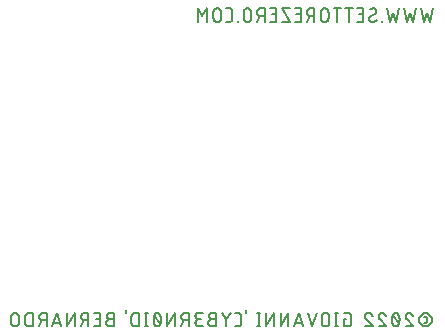
<source format=gbr>
G04 EAGLE Gerber RS-274X export*
G75*
%MOMM*%
%FSLAX34Y34*%
%LPD*%
%INSilkscreen Bottom*%
%IPPOS*%
%AMOC8*
5,1,8,0,0,1.08239X$1,22.5*%
G01*
%ADD10C,0.127000*%


D10*
X551816Y16510D02*
X551814Y16656D01*
X551808Y16802D01*
X551798Y16948D01*
X551784Y17094D01*
X551767Y17239D01*
X551745Y17383D01*
X551719Y17527D01*
X551690Y17670D01*
X551656Y17813D01*
X551619Y17954D01*
X551578Y18094D01*
X551533Y18234D01*
X551485Y18371D01*
X551433Y18508D01*
X551377Y18643D01*
X551317Y18777D01*
X551254Y18908D01*
X551187Y19038D01*
X551117Y19167D01*
X551043Y19293D01*
X550966Y19417D01*
X550886Y19539D01*
X550802Y19659D01*
X550715Y19777D01*
X550625Y19892D01*
X550532Y20005D01*
X550436Y20115D01*
X550337Y20222D01*
X550235Y20327D01*
X550130Y20429D01*
X550023Y20528D01*
X549913Y20624D01*
X549800Y20717D01*
X549685Y20807D01*
X549567Y20894D01*
X549447Y20978D01*
X549325Y21058D01*
X549201Y21135D01*
X549075Y21209D01*
X548946Y21279D01*
X548816Y21346D01*
X548685Y21409D01*
X548551Y21469D01*
X548416Y21525D01*
X548279Y21577D01*
X548142Y21625D01*
X548002Y21670D01*
X547862Y21711D01*
X547721Y21748D01*
X547578Y21782D01*
X547435Y21811D01*
X547291Y21837D01*
X547147Y21859D01*
X547002Y21876D01*
X546856Y21890D01*
X546710Y21900D01*
X546564Y21906D01*
X546418Y21908D01*
X546272Y21906D01*
X546126Y21900D01*
X545980Y21890D01*
X545834Y21876D01*
X545689Y21859D01*
X545545Y21837D01*
X545401Y21811D01*
X545258Y21782D01*
X545115Y21748D01*
X544974Y21711D01*
X544834Y21670D01*
X544694Y21625D01*
X544557Y21577D01*
X544420Y21525D01*
X544285Y21469D01*
X544151Y21409D01*
X544020Y21346D01*
X543890Y21279D01*
X543761Y21209D01*
X543635Y21135D01*
X543511Y21058D01*
X543389Y20978D01*
X543269Y20894D01*
X543151Y20807D01*
X543036Y20717D01*
X542923Y20624D01*
X542813Y20528D01*
X542706Y20429D01*
X542601Y20327D01*
X542499Y20222D01*
X542400Y20115D01*
X542304Y20005D01*
X542211Y19892D01*
X542121Y19777D01*
X542034Y19659D01*
X541950Y19539D01*
X541870Y19417D01*
X541793Y19293D01*
X541719Y19167D01*
X541649Y19038D01*
X541582Y18908D01*
X541519Y18777D01*
X541459Y18643D01*
X541403Y18508D01*
X541351Y18371D01*
X541303Y18234D01*
X541258Y18094D01*
X541217Y17954D01*
X541180Y17813D01*
X541146Y17670D01*
X541117Y17527D01*
X541091Y17383D01*
X541069Y17239D01*
X541052Y17094D01*
X541038Y16948D01*
X541028Y16802D01*
X541022Y16656D01*
X541020Y16510D01*
X541022Y16364D01*
X541028Y16218D01*
X541038Y16072D01*
X541052Y15926D01*
X541069Y15781D01*
X541091Y15637D01*
X541117Y15493D01*
X541146Y15350D01*
X541180Y15207D01*
X541217Y15066D01*
X541258Y14926D01*
X541303Y14786D01*
X541351Y14649D01*
X541403Y14512D01*
X541459Y14377D01*
X541519Y14243D01*
X541582Y14112D01*
X541649Y13982D01*
X541719Y13853D01*
X541793Y13727D01*
X541870Y13603D01*
X541950Y13481D01*
X542034Y13361D01*
X542121Y13243D01*
X542211Y13128D01*
X542304Y13015D01*
X542400Y12905D01*
X542499Y12798D01*
X542601Y12693D01*
X542706Y12591D01*
X542813Y12492D01*
X542923Y12396D01*
X543036Y12303D01*
X543151Y12213D01*
X543269Y12126D01*
X543389Y12042D01*
X543511Y11962D01*
X543635Y11885D01*
X543761Y11811D01*
X543890Y11741D01*
X544020Y11674D01*
X544151Y11611D01*
X544285Y11551D01*
X544420Y11495D01*
X544557Y11443D01*
X544694Y11395D01*
X544834Y11350D01*
X544974Y11309D01*
X545115Y11272D01*
X545258Y11238D01*
X545401Y11209D01*
X545545Y11183D01*
X545689Y11161D01*
X545834Y11144D01*
X545980Y11130D01*
X546126Y11120D01*
X546272Y11114D01*
X546418Y11112D01*
X546564Y11114D01*
X546710Y11120D01*
X546856Y11130D01*
X547002Y11144D01*
X547147Y11161D01*
X547291Y11183D01*
X547435Y11209D01*
X547578Y11238D01*
X547721Y11272D01*
X547862Y11309D01*
X548002Y11350D01*
X548142Y11395D01*
X548279Y11443D01*
X548416Y11495D01*
X548551Y11551D01*
X548685Y11611D01*
X548816Y11674D01*
X548946Y11741D01*
X549075Y11811D01*
X549201Y11885D01*
X549325Y11962D01*
X549447Y12042D01*
X549567Y12126D01*
X549685Y12213D01*
X549800Y12303D01*
X549913Y12396D01*
X550023Y12492D01*
X550130Y12591D01*
X550235Y12693D01*
X550337Y12798D01*
X550436Y12905D01*
X550532Y13015D01*
X550625Y13128D01*
X550715Y13243D01*
X550802Y13361D01*
X550886Y13481D01*
X550966Y13603D01*
X551043Y13727D01*
X551117Y13853D01*
X551187Y13982D01*
X551254Y14112D01*
X551317Y14243D01*
X551377Y14377D01*
X551433Y14512D01*
X551485Y14649D01*
X551533Y14786D01*
X551578Y14926D01*
X551619Y15066D01*
X551656Y15207D01*
X551690Y15350D01*
X551719Y15493D01*
X551745Y15637D01*
X551767Y15781D01*
X551784Y15926D01*
X551798Y16072D01*
X551808Y16218D01*
X551814Y16364D01*
X551816Y16510D01*
X546735Y13970D02*
X545148Y13970D01*
X546735Y13970D02*
X546804Y13972D01*
X546872Y13977D01*
X546940Y13987D01*
X547008Y14000D01*
X547075Y14016D01*
X547141Y14036D01*
X547205Y14060D01*
X547268Y14087D01*
X547330Y14118D01*
X547390Y14152D01*
X547448Y14189D01*
X547504Y14229D01*
X547557Y14272D01*
X547608Y14318D01*
X547657Y14367D01*
X547703Y14418D01*
X547746Y14471D01*
X547786Y14527D01*
X547823Y14585D01*
X547857Y14645D01*
X547888Y14707D01*
X547915Y14770D01*
X547939Y14834D01*
X547959Y14900D01*
X547975Y14967D01*
X547988Y15035D01*
X547998Y15103D01*
X548003Y15171D01*
X548005Y15240D01*
X548005Y17780D01*
X548003Y17849D01*
X547998Y17917D01*
X547988Y17985D01*
X547975Y18053D01*
X547959Y18120D01*
X547939Y18186D01*
X547915Y18250D01*
X547888Y18313D01*
X547857Y18375D01*
X547823Y18435D01*
X547786Y18493D01*
X547746Y18549D01*
X547703Y18602D01*
X547657Y18653D01*
X547608Y18702D01*
X547557Y18748D01*
X547504Y18791D01*
X547448Y18831D01*
X547390Y18868D01*
X547330Y18902D01*
X547268Y18933D01*
X547205Y18960D01*
X547141Y18984D01*
X547075Y19004D01*
X547008Y19020D01*
X546940Y19033D01*
X546872Y19043D01*
X546804Y19048D01*
X546735Y19050D01*
X545148Y19050D01*
X532384Y22226D02*
X532280Y22224D01*
X532175Y22218D01*
X532071Y22209D01*
X531968Y22196D01*
X531865Y22178D01*
X531763Y22158D01*
X531661Y22133D01*
X531561Y22105D01*
X531461Y22073D01*
X531363Y22037D01*
X531266Y21998D01*
X531171Y21956D01*
X531077Y21910D01*
X530985Y21860D01*
X530895Y21808D01*
X530807Y21752D01*
X530721Y21692D01*
X530637Y21630D01*
X530556Y21565D01*
X530477Y21497D01*
X530400Y21425D01*
X530327Y21352D01*
X530255Y21275D01*
X530187Y21196D01*
X530122Y21115D01*
X530060Y21031D01*
X530000Y20945D01*
X529944Y20857D01*
X529892Y20767D01*
X529842Y20675D01*
X529796Y20581D01*
X529754Y20486D01*
X529715Y20389D01*
X529679Y20291D01*
X529647Y20191D01*
X529619Y20091D01*
X529594Y19989D01*
X529574Y19887D01*
X529556Y19784D01*
X529543Y19681D01*
X529534Y19577D01*
X529528Y19472D01*
X529526Y19368D01*
X532384Y22225D02*
X532502Y22223D01*
X532621Y22217D01*
X532739Y22208D01*
X532856Y22195D01*
X532973Y22177D01*
X533090Y22157D01*
X533206Y22132D01*
X533321Y22104D01*
X533434Y22071D01*
X533547Y22036D01*
X533659Y21996D01*
X533769Y21954D01*
X533878Y21907D01*
X533986Y21857D01*
X534091Y21804D01*
X534195Y21747D01*
X534297Y21687D01*
X534397Y21624D01*
X534495Y21557D01*
X534591Y21488D01*
X534684Y21415D01*
X534775Y21339D01*
X534864Y21261D01*
X534950Y21179D01*
X535033Y21095D01*
X535114Y21009D01*
X535191Y20919D01*
X535266Y20828D01*
X535338Y20734D01*
X535407Y20637D01*
X535472Y20539D01*
X535535Y20438D01*
X535594Y20335D01*
X535650Y20231D01*
X535702Y20125D01*
X535751Y20017D01*
X535796Y19908D01*
X535838Y19797D01*
X535876Y19685D01*
X530479Y17146D02*
X530403Y17221D01*
X530328Y17300D01*
X530257Y17381D01*
X530188Y17465D01*
X530123Y17551D01*
X530061Y17639D01*
X530001Y17729D01*
X529945Y17821D01*
X529892Y17916D01*
X529843Y18012D01*
X529797Y18110D01*
X529754Y18209D01*
X529715Y18310D01*
X529680Y18412D01*
X529648Y18515D01*
X529620Y18619D01*
X529595Y18724D01*
X529574Y18831D01*
X529557Y18937D01*
X529544Y19044D01*
X529535Y19152D01*
X529529Y19260D01*
X529527Y19368D01*
X530479Y17145D02*
X535877Y10795D01*
X529527Y10795D01*
X524446Y16510D02*
X524443Y16735D01*
X524435Y16960D01*
X524422Y17184D01*
X524403Y17408D01*
X524379Y17632D01*
X524350Y17855D01*
X524315Y18077D01*
X524275Y18298D01*
X524229Y18518D01*
X524179Y18737D01*
X524123Y18955D01*
X524062Y19172D01*
X523996Y19387D01*
X523925Y19600D01*
X523848Y19811D01*
X523767Y20021D01*
X523681Y20229D01*
X523590Y20434D01*
X523494Y20637D01*
X523495Y20638D02*
X523463Y20726D01*
X523427Y20813D01*
X523388Y20899D01*
X523345Y20983D01*
X523299Y21065D01*
X523250Y21145D01*
X523198Y21223D01*
X523142Y21299D01*
X523084Y21373D01*
X523022Y21444D01*
X522958Y21513D01*
X522891Y21579D01*
X522822Y21642D01*
X522750Y21703D01*
X522676Y21761D01*
X522599Y21815D01*
X522521Y21867D01*
X522440Y21915D01*
X522358Y21960D01*
X522273Y22002D01*
X522187Y22040D01*
X522100Y22075D01*
X522012Y22107D01*
X521922Y22134D01*
X521831Y22159D01*
X521739Y22179D01*
X521647Y22196D01*
X521553Y22209D01*
X521460Y22218D01*
X521366Y22224D01*
X521272Y22226D01*
X521178Y22224D01*
X521084Y22218D01*
X520991Y22209D01*
X520897Y22196D01*
X520805Y22179D01*
X520713Y22159D01*
X520622Y22134D01*
X520532Y22107D01*
X520444Y22075D01*
X520357Y22040D01*
X520271Y22002D01*
X520186Y21960D01*
X520104Y21915D01*
X520023Y21867D01*
X519945Y21815D01*
X519868Y21761D01*
X519794Y21703D01*
X519722Y21642D01*
X519653Y21579D01*
X519586Y21513D01*
X519522Y21444D01*
X519460Y21373D01*
X519402Y21299D01*
X519346Y21223D01*
X519294Y21145D01*
X519245Y21065D01*
X519199Y20983D01*
X519156Y20899D01*
X519117Y20813D01*
X519081Y20726D01*
X519049Y20638D01*
X519049Y20637D02*
X518953Y20434D01*
X518862Y20229D01*
X518776Y20021D01*
X518695Y19811D01*
X518618Y19600D01*
X518547Y19387D01*
X518481Y19172D01*
X518420Y18955D01*
X518364Y18737D01*
X518314Y18518D01*
X518268Y18298D01*
X518228Y18077D01*
X518193Y17855D01*
X518164Y17632D01*
X518140Y17408D01*
X518121Y17184D01*
X518108Y16960D01*
X518100Y16735D01*
X518097Y16510D01*
X524446Y16510D02*
X524443Y16285D01*
X524435Y16060D01*
X524422Y15836D01*
X524403Y15612D01*
X524379Y15388D01*
X524350Y15165D01*
X524315Y14943D01*
X524275Y14722D01*
X524229Y14502D01*
X524179Y14283D01*
X524123Y14065D01*
X524062Y13848D01*
X523996Y13633D01*
X523925Y13420D01*
X523848Y13209D01*
X523767Y12999D01*
X523681Y12791D01*
X523590Y12586D01*
X523494Y12383D01*
X523495Y12383D02*
X523463Y12295D01*
X523427Y12208D01*
X523388Y12122D01*
X523345Y12038D01*
X523299Y11956D01*
X523250Y11876D01*
X523198Y11798D01*
X523142Y11722D01*
X523084Y11648D01*
X523022Y11577D01*
X522958Y11508D01*
X522891Y11442D01*
X522822Y11379D01*
X522750Y11318D01*
X522676Y11260D01*
X522599Y11206D01*
X522521Y11154D01*
X522440Y11106D01*
X522358Y11061D01*
X522273Y11019D01*
X522187Y10981D01*
X522100Y10946D01*
X522012Y10914D01*
X521922Y10887D01*
X521831Y10862D01*
X521739Y10842D01*
X521647Y10825D01*
X521553Y10812D01*
X521460Y10803D01*
X521366Y10797D01*
X521272Y10795D01*
X519049Y12383D02*
X518953Y12586D01*
X518862Y12791D01*
X518776Y12999D01*
X518695Y13209D01*
X518618Y13420D01*
X518547Y13633D01*
X518481Y13848D01*
X518420Y14065D01*
X518364Y14283D01*
X518314Y14502D01*
X518268Y14722D01*
X518228Y14943D01*
X518193Y15165D01*
X518164Y15388D01*
X518140Y15612D01*
X518121Y15836D01*
X518108Y16060D01*
X518100Y16285D01*
X518097Y16510D01*
X519049Y12383D02*
X519081Y12295D01*
X519117Y12208D01*
X519156Y12122D01*
X519199Y12038D01*
X519245Y11956D01*
X519294Y11876D01*
X519346Y11798D01*
X519402Y11722D01*
X519460Y11648D01*
X519522Y11577D01*
X519586Y11508D01*
X519653Y11442D01*
X519722Y11379D01*
X519794Y11318D01*
X519868Y11260D01*
X519945Y11206D01*
X520023Y11154D01*
X520104Y11106D01*
X520186Y11061D01*
X520271Y11019D01*
X520357Y10981D01*
X520444Y10946D01*
X520532Y10914D01*
X520622Y10887D01*
X520713Y10862D01*
X520805Y10842D01*
X520897Y10825D01*
X520991Y10812D01*
X521084Y10803D01*
X521178Y10797D01*
X521272Y10795D01*
X523812Y13335D02*
X518732Y19685D01*
X509524Y22226D02*
X509420Y22224D01*
X509315Y22218D01*
X509211Y22209D01*
X509108Y22196D01*
X509005Y22178D01*
X508903Y22158D01*
X508801Y22133D01*
X508701Y22105D01*
X508601Y22073D01*
X508503Y22037D01*
X508406Y21998D01*
X508311Y21956D01*
X508217Y21910D01*
X508125Y21860D01*
X508035Y21808D01*
X507947Y21752D01*
X507861Y21692D01*
X507777Y21630D01*
X507696Y21565D01*
X507617Y21497D01*
X507540Y21425D01*
X507467Y21352D01*
X507395Y21275D01*
X507327Y21196D01*
X507262Y21115D01*
X507200Y21031D01*
X507140Y20945D01*
X507084Y20857D01*
X507032Y20767D01*
X506982Y20675D01*
X506936Y20581D01*
X506894Y20486D01*
X506855Y20389D01*
X506819Y20291D01*
X506787Y20191D01*
X506759Y20091D01*
X506734Y19989D01*
X506714Y19887D01*
X506696Y19784D01*
X506683Y19681D01*
X506674Y19577D01*
X506668Y19472D01*
X506666Y19368D01*
X509524Y22225D02*
X509642Y22223D01*
X509761Y22217D01*
X509879Y22208D01*
X509996Y22195D01*
X510113Y22177D01*
X510230Y22157D01*
X510346Y22132D01*
X510461Y22104D01*
X510574Y22071D01*
X510687Y22036D01*
X510799Y21996D01*
X510909Y21954D01*
X511018Y21907D01*
X511126Y21857D01*
X511231Y21804D01*
X511335Y21747D01*
X511437Y21687D01*
X511537Y21624D01*
X511635Y21557D01*
X511731Y21488D01*
X511824Y21415D01*
X511915Y21339D01*
X512004Y21261D01*
X512090Y21179D01*
X512173Y21095D01*
X512254Y21009D01*
X512331Y20919D01*
X512406Y20828D01*
X512478Y20734D01*
X512547Y20637D01*
X512612Y20539D01*
X512675Y20438D01*
X512734Y20335D01*
X512790Y20231D01*
X512842Y20125D01*
X512891Y20017D01*
X512936Y19908D01*
X512978Y19797D01*
X513016Y19685D01*
X507619Y17146D02*
X507543Y17221D01*
X507468Y17300D01*
X507397Y17381D01*
X507328Y17465D01*
X507263Y17551D01*
X507201Y17639D01*
X507141Y17729D01*
X507085Y17821D01*
X507032Y17916D01*
X506983Y18012D01*
X506937Y18110D01*
X506894Y18209D01*
X506855Y18310D01*
X506820Y18412D01*
X506788Y18515D01*
X506760Y18619D01*
X506735Y18724D01*
X506714Y18831D01*
X506697Y18937D01*
X506684Y19044D01*
X506675Y19152D01*
X506669Y19260D01*
X506667Y19368D01*
X507619Y17145D02*
X513017Y10795D01*
X506667Y10795D01*
X498094Y22226D02*
X497990Y22224D01*
X497885Y22218D01*
X497781Y22209D01*
X497678Y22196D01*
X497575Y22178D01*
X497473Y22158D01*
X497371Y22133D01*
X497271Y22105D01*
X497171Y22073D01*
X497073Y22037D01*
X496976Y21998D01*
X496881Y21956D01*
X496787Y21910D01*
X496695Y21860D01*
X496605Y21808D01*
X496517Y21752D01*
X496431Y21692D01*
X496347Y21630D01*
X496266Y21565D01*
X496187Y21497D01*
X496110Y21425D01*
X496037Y21352D01*
X495965Y21275D01*
X495897Y21196D01*
X495832Y21115D01*
X495770Y21031D01*
X495710Y20945D01*
X495654Y20857D01*
X495602Y20767D01*
X495552Y20675D01*
X495506Y20581D01*
X495464Y20486D01*
X495425Y20389D01*
X495389Y20291D01*
X495357Y20191D01*
X495329Y20091D01*
X495304Y19989D01*
X495284Y19887D01*
X495266Y19784D01*
X495253Y19681D01*
X495244Y19577D01*
X495238Y19472D01*
X495236Y19368D01*
X498094Y22225D02*
X498212Y22223D01*
X498331Y22217D01*
X498449Y22208D01*
X498566Y22195D01*
X498683Y22177D01*
X498800Y22157D01*
X498916Y22132D01*
X499031Y22104D01*
X499144Y22071D01*
X499257Y22036D01*
X499369Y21996D01*
X499479Y21954D01*
X499588Y21907D01*
X499696Y21857D01*
X499801Y21804D01*
X499905Y21747D01*
X500007Y21687D01*
X500107Y21624D01*
X500205Y21557D01*
X500301Y21488D01*
X500394Y21415D01*
X500485Y21339D01*
X500574Y21261D01*
X500660Y21179D01*
X500743Y21095D01*
X500824Y21009D01*
X500901Y20919D01*
X500976Y20828D01*
X501048Y20734D01*
X501117Y20637D01*
X501182Y20539D01*
X501245Y20438D01*
X501304Y20335D01*
X501360Y20231D01*
X501412Y20125D01*
X501461Y20017D01*
X501506Y19908D01*
X501548Y19797D01*
X501586Y19685D01*
X496189Y17146D02*
X496113Y17221D01*
X496038Y17300D01*
X495967Y17381D01*
X495898Y17465D01*
X495833Y17551D01*
X495771Y17639D01*
X495711Y17729D01*
X495655Y17821D01*
X495602Y17916D01*
X495553Y18012D01*
X495507Y18110D01*
X495464Y18209D01*
X495425Y18310D01*
X495390Y18412D01*
X495358Y18515D01*
X495330Y18619D01*
X495305Y18724D01*
X495284Y18831D01*
X495267Y18937D01*
X495254Y19044D01*
X495245Y19152D01*
X495239Y19260D01*
X495237Y19368D01*
X496189Y17145D02*
X501587Y10795D01*
X495237Y10795D01*
X479235Y17145D02*
X477330Y17145D01*
X477330Y10795D01*
X481140Y10795D01*
X481240Y10797D01*
X481339Y10803D01*
X481439Y10813D01*
X481537Y10826D01*
X481636Y10844D01*
X481733Y10865D01*
X481829Y10890D01*
X481925Y10919D01*
X482019Y10952D01*
X482112Y10988D01*
X482203Y11028D01*
X482293Y11072D01*
X482381Y11119D01*
X482467Y11169D01*
X482551Y11223D01*
X482633Y11280D01*
X482712Y11340D01*
X482790Y11404D01*
X482864Y11470D01*
X482936Y11539D01*
X483005Y11611D01*
X483071Y11685D01*
X483135Y11763D01*
X483195Y11842D01*
X483252Y11924D01*
X483306Y12008D01*
X483356Y12094D01*
X483403Y12182D01*
X483447Y12272D01*
X483487Y12363D01*
X483523Y12456D01*
X483556Y12550D01*
X483585Y12646D01*
X483610Y12742D01*
X483631Y12839D01*
X483649Y12938D01*
X483662Y13036D01*
X483672Y13136D01*
X483678Y13235D01*
X483680Y13335D01*
X483680Y19685D01*
X483678Y19785D01*
X483672Y19884D01*
X483662Y19984D01*
X483649Y20082D01*
X483631Y20181D01*
X483610Y20278D01*
X483585Y20374D01*
X483556Y20470D01*
X483523Y20564D01*
X483487Y20657D01*
X483447Y20748D01*
X483403Y20838D01*
X483356Y20926D01*
X483306Y21012D01*
X483252Y21096D01*
X483195Y21178D01*
X483135Y21257D01*
X483071Y21335D01*
X483005Y21409D01*
X482936Y21481D01*
X482864Y21550D01*
X482790Y21616D01*
X482712Y21680D01*
X482633Y21740D01*
X482551Y21797D01*
X482467Y21851D01*
X482381Y21901D01*
X482293Y21948D01*
X482203Y21992D01*
X482112Y22032D01*
X482019Y22068D01*
X481925Y22101D01*
X481829Y22130D01*
X481733Y22155D01*
X481636Y22176D01*
X481537Y22194D01*
X481439Y22207D01*
X481339Y22217D01*
X481240Y22223D01*
X481140Y22225D01*
X477330Y22225D01*
X470980Y22225D02*
X470980Y10795D01*
X472250Y10795D02*
X469710Y10795D01*
X469710Y22225D02*
X472250Y22225D01*
X465011Y19050D02*
X465011Y13970D01*
X465011Y19050D02*
X465009Y19161D01*
X465003Y19271D01*
X464994Y19382D01*
X464980Y19492D01*
X464963Y19601D01*
X464942Y19710D01*
X464917Y19818D01*
X464888Y19925D01*
X464856Y20031D01*
X464820Y20136D01*
X464780Y20239D01*
X464737Y20341D01*
X464690Y20442D01*
X464639Y20541D01*
X464586Y20638D01*
X464529Y20732D01*
X464468Y20825D01*
X464405Y20916D01*
X464338Y21005D01*
X464268Y21091D01*
X464195Y21174D01*
X464120Y21256D01*
X464042Y21334D01*
X463960Y21409D01*
X463877Y21482D01*
X463791Y21552D01*
X463702Y21619D01*
X463611Y21682D01*
X463518Y21743D01*
X463424Y21800D01*
X463327Y21853D01*
X463228Y21904D01*
X463127Y21951D01*
X463025Y21994D01*
X462922Y22034D01*
X462817Y22070D01*
X462711Y22102D01*
X462604Y22131D01*
X462496Y22156D01*
X462387Y22177D01*
X462278Y22194D01*
X462168Y22208D01*
X462057Y22217D01*
X461947Y22223D01*
X461836Y22225D01*
X461725Y22223D01*
X461615Y22217D01*
X461504Y22208D01*
X461394Y22194D01*
X461285Y22177D01*
X461176Y22156D01*
X461068Y22131D01*
X460961Y22102D01*
X460855Y22070D01*
X460750Y22034D01*
X460647Y21994D01*
X460545Y21951D01*
X460444Y21904D01*
X460345Y21853D01*
X460249Y21800D01*
X460154Y21743D01*
X460061Y21682D01*
X459970Y21619D01*
X459881Y21552D01*
X459795Y21482D01*
X459712Y21409D01*
X459630Y21334D01*
X459552Y21256D01*
X459477Y21174D01*
X459404Y21091D01*
X459334Y21005D01*
X459267Y20916D01*
X459204Y20825D01*
X459143Y20732D01*
X459086Y20637D01*
X459033Y20541D01*
X458982Y20442D01*
X458935Y20341D01*
X458892Y20239D01*
X458852Y20136D01*
X458816Y20031D01*
X458784Y19925D01*
X458755Y19818D01*
X458730Y19710D01*
X458709Y19601D01*
X458692Y19492D01*
X458678Y19382D01*
X458669Y19271D01*
X458663Y19161D01*
X458661Y19050D01*
X458661Y13970D01*
X458663Y13859D01*
X458669Y13749D01*
X458678Y13638D01*
X458692Y13528D01*
X458709Y13419D01*
X458730Y13310D01*
X458755Y13202D01*
X458784Y13095D01*
X458816Y12989D01*
X458852Y12884D01*
X458892Y12781D01*
X458935Y12679D01*
X458982Y12578D01*
X459033Y12479D01*
X459086Y12382D01*
X459143Y12288D01*
X459204Y12195D01*
X459267Y12104D01*
X459334Y12015D01*
X459404Y11929D01*
X459477Y11846D01*
X459552Y11764D01*
X459630Y11686D01*
X459712Y11611D01*
X459795Y11538D01*
X459881Y11468D01*
X459970Y11401D01*
X460061Y11338D01*
X460154Y11277D01*
X460249Y11220D01*
X460345Y11167D01*
X460444Y11116D01*
X460545Y11069D01*
X460647Y11026D01*
X460750Y10986D01*
X460855Y10950D01*
X460961Y10918D01*
X461068Y10889D01*
X461176Y10864D01*
X461285Y10843D01*
X461394Y10826D01*
X461504Y10812D01*
X461615Y10803D01*
X461725Y10797D01*
X461836Y10795D01*
X461947Y10797D01*
X462057Y10803D01*
X462168Y10812D01*
X462278Y10826D01*
X462387Y10843D01*
X462496Y10864D01*
X462604Y10889D01*
X462711Y10918D01*
X462817Y10950D01*
X462922Y10986D01*
X463025Y11026D01*
X463127Y11069D01*
X463228Y11116D01*
X463327Y11167D01*
X463423Y11220D01*
X463518Y11277D01*
X463611Y11338D01*
X463702Y11401D01*
X463791Y11468D01*
X463877Y11538D01*
X463960Y11611D01*
X464042Y11686D01*
X464120Y11764D01*
X464195Y11846D01*
X464268Y11929D01*
X464338Y12015D01*
X464405Y12104D01*
X464468Y12195D01*
X464529Y12288D01*
X464586Y12382D01*
X464639Y12479D01*
X464690Y12578D01*
X464737Y12679D01*
X464780Y12781D01*
X464820Y12884D01*
X464856Y12989D01*
X464888Y13095D01*
X464917Y13202D01*
X464942Y13310D01*
X464963Y13419D01*
X464980Y13528D01*
X464994Y13638D01*
X465003Y13749D01*
X465009Y13859D01*
X465011Y13970D01*
X454216Y22225D02*
X450406Y10795D01*
X446596Y22225D01*
X438976Y22225D02*
X442786Y10795D01*
X435166Y10795D02*
X438976Y22225D01*
X436118Y13653D02*
X441833Y13653D01*
X430340Y10795D02*
X430340Y22225D01*
X423990Y10795D01*
X423990Y22225D01*
X418148Y22225D02*
X418148Y10795D01*
X411798Y10795D02*
X418148Y22225D01*
X411798Y22225D02*
X411798Y10795D01*
X405448Y10795D02*
X405448Y22225D01*
X406718Y10795D02*
X404178Y10795D01*
X404178Y22225D02*
X406718Y22225D01*
X394399Y22225D02*
X394399Y24765D01*
X387832Y10795D02*
X385292Y10795D01*
X387832Y10795D02*
X387932Y10797D01*
X388031Y10803D01*
X388131Y10813D01*
X388229Y10826D01*
X388328Y10844D01*
X388425Y10865D01*
X388521Y10890D01*
X388617Y10919D01*
X388711Y10952D01*
X388804Y10988D01*
X388895Y11028D01*
X388985Y11072D01*
X389073Y11119D01*
X389159Y11169D01*
X389243Y11223D01*
X389325Y11280D01*
X389404Y11340D01*
X389482Y11404D01*
X389556Y11470D01*
X389628Y11539D01*
X389697Y11611D01*
X389763Y11685D01*
X389827Y11763D01*
X389887Y11842D01*
X389944Y11924D01*
X389998Y12008D01*
X390048Y12094D01*
X390095Y12182D01*
X390139Y12272D01*
X390179Y12363D01*
X390215Y12456D01*
X390248Y12550D01*
X390277Y12646D01*
X390302Y12742D01*
X390323Y12839D01*
X390341Y12938D01*
X390354Y13036D01*
X390364Y13136D01*
X390370Y13235D01*
X390372Y13335D01*
X390372Y19685D01*
X390370Y19785D01*
X390364Y19884D01*
X390354Y19984D01*
X390341Y20082D01*
X390323Y20181D01*
X390302Y20278D01*
X390277Y20374D01*
X390248Y20470D01*
X390215Y20564D01*
X390179Y20657D01*
X390139Y20748D01*
X390095Y20838D01*
X390048Y20926D01*
X389998Y21012D01*
X389944Y21096D01*
X389887Y21178D01*
X389827Y21257D01*
X389763Y21335D01*
X389697Y21409D01*
X389628Y21481D01*
X389556Y21550D01*
X389482Y21616D01*
X389404Y21680D01*
X389325Y21740D01*
X389243Y21797D01*
X389159Y21851D01*
X389073Y21901D01*
X388985Y21948D01*
X388895Y21992D01*
X388804Y22032D01*
X388711Y22068D01*
X388617Y22101D01*
X388521Y22130D01*
X388425Y22155D01*
X388328Y22176D01*
X388229Y22194D01*
X388131Y22207D01*
X388031Y22217D01*
X387932Y22223D01*
X387832Y22225D01*
X385292Y22225D01*
X381445Y22225D02*
X377635Y16828D01*
X373825Y22225D01*
X377635Y16828D02*
X377635Y10795D01*
X368808Y17145D02*
X365633Y17145D01*
X365522Y17143D01*
X365412Y17137D01*
X365301Y17128D01*
X365191Y17114D01*
X365082Y17097D01*
X364973Y17076D01*
X364865Y17051D01*
X364758Y17022D01*
X364652Y16990D01*
X364547Y16954D01*
X364444Y16914D01*
X364342Y16871D01*
X364241Y16824D01*
X364142Y16773D01*
X364046Y16720D01*
X363951Y16663D01*
X363858Y16602D01*
X363767Y16539D01*
X363678Y16472D01*
X363592Y16402D01*
X363509Y16329D01*
X363427Y16254D01*
X363349Y16176D01*
X363274Y16094D01*
X363201Y16011D01*
X363131Y15925D01*
X363064Y15836D01*
X363001Y15745D01*
X362940Y15652D01*
X362883Y15557D01*
X362830Y15461D01*
X362779Y15362D01*
X362732Y15261D01*
X362689Y15159D01*
X362649Y15056D01*
X362613Y14951D01*
X362581Y14845D01*
X362552Y14738D01*
X362527Y14630D01*
X362506Y14521D01*
X362489Y14412D01*
X362475Y14302D01*
X362466Y14191D01*
X362460Y14081D01*
X362458Y13970D01*
X362460Y13859D01*
X362466Y13749D01*
X362475Y13638D01*
X362489Y13528D01*
X362506Y13419D01*
X362527Y13310D01*
X362552Y13202D01*
X362581Y13095D01*
X362613Y12989D01*
X362649Y12884D01*
X362689Y12781D01*
X362732Y12679D01*
X362779Y12578D01*
X362830Y12479D01*
X362883Y12382D01*
X362940Y12288D01*
X363001Y12195D01*
X363064Y12104D01*
X363131Y12015D01*
X363201Y11929D01*
X363274Y11846D01*
X363349Y11764D01*
X363427Y11686D01*
X363509Y11611D01*
X363592Y11538D01*
X363678Y11468D01*
X363767Y11401D01*
X363858Y11338D01*
X363951Y11277D01*
X364046Y11220D01*
X364142Y11167D01*
X364241Y11116D01*
X364342Y11069D01*
X364444Y11026D01*
X364547Y10986D01*
X364652Y10950D01*
X364758Y10918D01*
X364865Y10889D01*
X364973Y10864D01*
X365082Y10843D01*
X365191Y10826D01*
X365301Y10812D01*
X365412Y10803D01*
X365522Y10797D01*
X365633Y10795D01*
X368808Y10795D01*
X368808Y22225D01*
X365633Y22225D01*
X365533Y22223D01*
X365434Y22217D01*
X365334Y22207D01*
X365236Y22194D01*
X365137Y22176D01*
X365040Y22155D01*
X364944Y22130D01*
X364848Y22101D01*
X364754Y22068D01*
X364661Y22032D01*
X364570Y21992D01*
X364480Y21948D01*
X364392Y21901D01*
X364306Y21851D01*
X364222Y21797D01*
X364140Y21740D01*
X364061Y21680D01*
X363983Y21616D01*
X363909Y21550D01*
X363837Y21481D01*
X363768Y21409D01*
X363702Y21335D01*
X363638Y21257D01*
X363578Y21178D01*
X363521Y21096D01*
X363467Y21012D01*
X363417Y20926D01*
X363370Y20838D01*
X363326Y20748D01*
X363286Y20657D01*
X363250Y20564D01*
X363217Y20470D01*
X363188Y20374D01*
X363163Y20278D01*
X363142Y20181D01*
X363124Y20082D01*
X363111Y19984D01*
X363101Y19884D01*
X363095Y19785D01*
X363093Y19685D01*
X363095Y19585D01*
X363101Y19486D01*
X363111Y19386D01*
X363124Y19288D01*
X363142Y19189D01*
X363163Y19092D01*
X363188Y18996D01*
X363217Y18900D01*
X363250Y18806D01*
X363286Y18713D01*
X363326Y18622D01*
X363370Y18532D01*
X363417Y18444D01*
X363467Y18358D01*
X363521Y18274D01*
X363578Y18192D01*
X363638Y18113D01*
X363702Y18035D01*
X363768Y17961D01*
X363837Y17889D01*
X363909Y17820D01*
X363983Y17754D01*
X364061Y17690D01*
X364140Y17630D01*
X364222Y17573D01*
X364306Y17519D01*
X364392Y17469D01*
X364480Y17422D01*
X364570Y17378D01*
X364661Y17338D01*
X364754Y17302D01*
X364848Y17269D01*
X364944Y17240D01*
X365040Y17215D01*
X365137Y17194D01*
X365236Y17176D01*
X365334Y17163D01*
X365434Y17153D01*
X365533Y17147D01*
X365633Y17145D01*
X357950Y10795D02*
X354775Y10795D01*
X354664Y10797D01*
X354554Y10803D01*
X354443Y10812D01*
X354333Y10826D01*
X354224Y10843D01*
X354115Y10864D01*
X354007Y10889D01*
X353900Y10918D01*
X353794Y10950D01*
X353689Y10986D01*
X353586Y11026D01*
X353484Y11069D01*
X353383Y11116D01*
X353284Y11167D01*
X353188Y11220D01*
X353093Y11277D01*
X353000Y11338D01*
X352909Y11401D01*
X352820Y11468D01*
X352734Y11538D01*
X352651Y11611D01*
X352569Y11686D01*
X352491Y11764D01*
X352416Y11846D01*
X352343Y11929D01*
X352273Y12015D01*
X352206Y12104D01*
X352143Y12195D01*
X352082Y12288D01*
X352025Y12382D01*
X351972Y12479D01*
X351921Y12578D01*
X351874Y12679D01*
X351831Y12781D01*
X351791Y12884D01*
X351755Y12989D01*
X351723Y13095D01*
X351694Y13202D01*
X351669Y13310D01*
X351648Y13419D01*
X351631Y13528D01*
X351617Y13638D01*
X351608Y13749D01*
X351602Y13859D01*
X351600Y13970D01*
X351602Y14081D01*
X351608Y14191D01*
X351617Y14302D01*
X351631Y14412D01*
X351648Y14521D01*
X351669Y14630D01*
X351694Y14738D01*
X351723Y14845D01*
X351755Y14951D01*
X351791Y15056D01*
X351831Y15159D01*
X351874Y15261D01*
X351921Y15362D01*
X351972Y15461D01*
X352025Y15557D01*
X352082Y15652D01*
X352143Y15745D01*
X352206Y15836D01*
X352273Y15925D01*
X352343Y16011D01*
X352416Y16094D01*
X352491Y16176D01*
X352569Y16254D01*
X352651Y16329D01*
X352734Y16402D01*
X352820Y16472D01*
X352909Y16539D01*
X353000Y16602D01*
X353093Y16663D01*
X353188Y16720D01*
X353284Y16773D01*
X353383Y16824D01*
X353484Y16871D01*
X353586Y16914D01*
X353689Y16954D01*
X353794Y16990D01*
X353900Y17022D01*
X354007Y17051D01*
X354115Y17076D01*
X354224Y17097D01*
X354333Y17114D01*
X354443Y17128D01*
X354554Y17137D01*
X354664Y17143D01*
X354775Y17145D01*
X354140Y22225D02*
X357950Y22225D01*
X354140Y22225D02*
X354040Y22223D01*
X353941Y22217D01*
X353841Y22207D01*
X353743Y22194D01*
X353644Y22176D01*
X353547Y22155D01*
X353451Y22130D01*
X353355Y22101D01*
X353261Y22068D01*
X353168Y22032D01*
X353077Y21992D01*
X352987Y21948D01*
X352899Y21901D01*
X352813Y21851D01*
X352729Y21797D01*
X352647Y21740D01*
X352568Y21680D01*
X352490Y21616D01*
X352416Y21550D01*
X352344Y21481D01*
X352275Y21409D01*
X352209Y21335D01*
X352145Y21257D01*
X352085Y21178D01*
X352028Y21096D01*
X351974Y21012D01*
X351924Y20926D01*
X351877Y20838D01*
X351833Y20748D01*
X351793Y20657D01*
X351757Y20564D01*
X351724Y20470D01*
X351695Y20374D01*
X351670Y20278D01*
X351649Y20181D01*
X351631Y20082D01*
X351618Y19984D01*
X351608Y19884D01*
X351602Y19785D01*
X351600Y19685D01*
X351602Y19585D01*
X351608Y19486D01*
X351618Y19386D01*
X351631Y19288D01*
X351649Y19189D01*
X351670Y19092D01*
X351695Y18996D01*
X351724Y18900D01*
X351757Y18806D01*
X351793Y18713D01*
X351833Y18622D01*
X351877Y18532D01*
X351924Y18444D01*
X351974Y18358D01*
X352028Y18274D01*
X352085Y18192D01*
X352145Y18113D01*
X352209Y18035D01*
X352275Y17961D01*
X352344Y17889D01*
X352416Y17820D01*
X352490Y17754D01*
X352568Y17690D01*
X352647Y17630D01*
X352729Y17573D01*
X352813Y17519D01*
X352899Y17469D01*
X352987Y17422D01*
X353077Y17378D01*
X353168Y17338D01*
X353261Y17302D01*
X353355Y17269D01*
X353451Y17240D01*
X353547Y17215D01*
X353644Y17194D01*
X353743Y17176D01*
X353841Y17163D01*
X353941Y17153D01*
X354040Y17147D01*
X354140Y17145D01*
X356680Y17145D01*
X346056Y22225D02*
X346056Y10795D01*
X346056Y22225D02*
X342881Y22225D01*
X342770Y22223D01*
X342660Y22217D01*
X342549Y22208D01*
X342439Y22194D01*
X342330Y22177D01*
X342221Y22156D01*
X342113Y22131D01*
X342006Y22102D01*
X341900Y22070D01*
X341795Y22034D01*
X341692Y21994D01*
X341590Y21951D01*
X341489Y21904D01*
X341390Y21853D01*
X341294Y21800D01*
X341199Y21743D01*
X341106Y21682D01*
X341015Y21619D01*
X340926Y21552D01*
X340840Y21482D01*
X340757Y21409D01*
X340675Y21334D01*
X340597Y21256D01*
X340522Y21174D01*
X340449Y21091D01*
X340379Y21005D01*
X340312Y20916D01*
X340249Y20825D01*
X340188Y20732D01*
X340131Y20637D01*
X340078Y20541D01*
X340027Y20442D01*
X339980Y20341D01*
X339937Y20239D01*
X339897Y20136D01*
X339861Y20031D01*
X339829Y19925D01*
X339800Y19818D01*
X339775Y19710D01*
X339754Y19601D01*
X339737Y19492D01*
X339723Y19382D01*
X339714Y19271D01*
X339708Y19161D01*
X339706Y19050D01*
X339708Y18939D01*
X339714Y18829D01*
X339723Y18718D01*
X339737Y18608D01*
X339754Y18499D01*
X339775Y18390D01*
X339800Y18282D01*
X339829Y18175D01*
X339861Y18069D01*
X339897Y17964D01*
X339937Y17861D01*
X339980Y17759D01*
X340027Y17658D01*
X340078Y17559D01*
X340131Y17462D01*
X340188Y17368D01*
X340249Y17275D01*
X340312Y17184D01*
X340379Y17095D01*
X340449Y17009D01*
X340522Y16926D01*
X340597Y16844D01*
X340675Y16766D01*
X340757Y16691D01*
X340840Y16618D01*
X340926Y16548D01*
X341015Y16481D01*
X341106Y16418D01*
X341199Y16357D01*
X341294Y16300D01*
X341390Y16247D01*
X341489Y16196D01*
X341590Y16149D01*
X341692Y16106D01*
X341795Y16066D01*
X341900Y16030D01*
X342006Y15998D01*
X342113Y15969D01*
X342221Y15944D01*
X342330Y15923D01*
X342439Y15906D01*
X342549Y15892D01*
X342660Y15883D01*
X342770Y15877D01*
X342881Y15875D01*
X346056Y15875D01*
X342246Y15875D02*
X339706Y10795D01*
X334328Y10795D02*
X334328Y22225D01*
X327978Y10795D01*
X327978Y22225D01*
X321564Y20637D02*
X321660Y20434D01*
X321751Y20229D01*
X321837Y20021D01*
X321918Y19811D01*
X321995Y19600D01*
X322066Y19387D01*
X322132Y19172D01*
X322193Y18955D01*
X322249Y18737D01*
X322299Y18518D01*
X322345Y18298D01*
X322385Y18077D01*
X322420Y17855D01*
X322449Y17632D01*
X322473Y17408D01*
X322492Y17184D01*
X322505Y16960D01*
X322513Y16735D01*
X322516Y16510D01*
X321565Y20638D02*
X321533Y20726D01*
X321497Y20813D01*
X321458Y20899D01*
X321415Y20983D01*
X321369Y21065D01*
X321320Y21145D01*
X321268Y21223D01*
X321212Y21299D01*
X321154Y21373D01*
X321092Y21444D01*
X321028Y21513D01*
X320961Y21579D01*
X320892Y21642D01*
X320820Y21703D01*
X320746Y21761D01*
X320669Y21815D01*
X320591Y21867D01*
X320510Y21915D01*
X320428Y21960D01*
X320343Y22002D01*
X320257Y22040D01*
X320170Y22075D01*
X320082Y22107D01*
X319992Y22134D01*
X319901Y22159D01*
X319809Y22179D01*
X319717Y22196D01*
X319623Y22209D01*
X319530Y22218D01*
X319436Y22224D01*
X319342Y22226D01*
X319248Y22224D01*
X319154Y22218D01*
X319061Y22209D01*
X318967Y22196D01*
X318875Y22179D01*
X318783Y22159D01*
X318692Y22134D01*
X318602Y22107D01*
X318514Y22075D01*
X318427Y22040D01*
X318341Y22002D01*
X318256Y21960D01*
X318174Y21915D01*
X318093Y21867D01*
X318015Y21815D01*
X317938Y21761D01*
X317864Y21703D01*
X317792Y21642D01*
X317723Y21579D01*
X317656Y21513D01*
X317592Y21444D01*
X317530Y21373D01*
X317472Y21299D01*
X317416Y21223D01*
X317364Y21145D01*
X317315Y21065D01*
X317269Y20983D01*
X317226Y20899D01*
X317187Y20813D01*
X317151Y20726D01*
X317119Y20638D01*
X317119Y20637D02*
X317023Y20434D01*
X316932Y20229D01*
X316846Y20021D01*
X316765Y19811D01*
X316688Y19600D01*
X316617Y19387D01*
X316551Y19172D01*
X316490Y18955D01*
X316434Y18737D01*
X316384Y18518D01*
X316338Y18298D01*
X316298Y18077D01*
X316263Y17855D01*
X316234Y17632D01*
X316210Y17408D01*
X316191Y17184D01*
X316178Y16960D01*
X316170Y16735D01*
X316167Y16510D01*
X322516Y16510D02*
X322513Y16285D01*
X322505Y16060D01*
X322492Y15836D01*
X322473Y15612D01*
X322449Y15388D01*
X322420Y15165D01*
X322385Y14943D01*
X322345Y14722D01*
X322299Y14502D01*
X322249Y14283D01*
X322193Y14065D01*
X322132Y13848D01*
X322066Y13633D01*
X321995Y13420D01*
X321918Y13209D01*
X321837Y12999D01*
X321751Y12791D01*
X321660Y12586D01*
X321564Y12383D01*
X321565Y12383D02*
X321533Y12295D01*
X321497Y12208D01*
X321458Y12122D01*
X321415Y12038D01*
X321369Y11956D01*
X321320Y11876D01*
X321268Y11798D01*
X321212Y11722D01*
X321154Y11648D01*
X321092Y11577D01*
X321028Y11508D01*
X320961Y11442D01*
X320892Y11379D01*
X320820Y11318D01*
X320746Y11260D01*
X320669Y11206D01*
X320591Y11154D01*
X320510Y11106D01*
X320428Y11061D01*
X320343Y11019D01*
X320257Y10981D01*
X320170Y10946D01*
X320082Y10914D01*
X319992Y10887D01*
X319901Y10862D01*
X319809Y10842D01*
X319717Y10825D01*
X319623Y10812D01*
X319530Y10803D01*
X319436Y10797D01*
X319342Y10795D01*
X317119Y12383D02*
X317023Y12586D01*
X316932Y12791D01*
X316846Y12999D01*
X316765Y13209D01*
X316688Y13420D01*
X316617Y13633D01*
X316551Y13848D01*
X316490Y14065D01*
X316434Y14283D01*
X316384Y14502D01*
X316338Y14722D01*
X316298Y14943D01*
X316263Y15165D01*
X316234Y15388D01*
X316210Y15612D01*
X316191Y15836D01*
X316178Y16060D01*
X316170Y16285D01*
X316167Y16510D01*
X317119Y12383D02*
X317151Y12295D01*
X317187Y12208D01*
X317226Y12122D01*
X317269Y12038D01*
X317315Y11956D01*
X317364Y11876D01*
X317416Y11798D01*
X317472Y11722D01*
X317530Y11648D01*
X317592Y11577D01*
X317656Y11508D01*
X317723Y11442D01*
X317792Y11379D01*
X317864Y11318D01*
X317938Y11260D01*
X318015Y11206D01*
X318093Y11154D01*
X318174Y11106D01*
X318256Y11061D01*
X318341Y11019D01*
X318427Y10981D01*
X318514Y10946D01*
X318602Y10914D01*
X318692Y10887D01*
X318783Y10862D01*
X318875Y10842D01*
X318967Y10825D01*
X319061Y10812D01*
X319154Y10803D01*
X319248Y10797D01*
X319342Y10795D01*
X321882Y13335D02*
X316802Y19685D01*
X310198Y22225D02*
X310198Y10795D01*
X311468Y10795D02*
X308928Y10795D01*
X308928Y22225D02*
X311468Y22225D01*
X303848Y22225D02*
X303848Y10795D01*
X303848Y22225D02*
X300673Y22225D01*
X300562Y22223D01*
X300452Y22217D01*
X300341Y22208D01*
X300231Y22194D01*
X300122Y22177D01*
X300013Y22156D01*
X299905Y22131D01*
X299798Y22102D01*
X299692Y22070D01*
X299587Y22034D01*
X299484Y21994D01*
X299382Y21951D01*
X299281Y21904D01*
X299182Y21853D01*
X299086Y21800D01*
X298991Y21743D01*
X298898Y21682D01*
X298807Y21619D01*
X298718Y21552D01*
X298632Y21482D01*
X298549Y21409D01*
X298467Y21334D01*
X298389Y21256D01*
X298314Y21174D01*
X298241Y21091D01*
X298171Y21005D01*
X298104Y20916D01*
X298041Y20825D01*
X297980Y20732D01*
X297923Y20637D01*
X297870Y20541D01*
X297819Y20442D01*
X297772Y20341D01*
X297729Y20239D01*
X297689Y20136D01*
X297653Y20031D01*
X297621Y19925D01*
X297592Y19818D01*
X297567Y19710D01*
X297546Y19601D01*
X297529Y19492D01*
X297515Y19382D01*
X297506Y19271D01*
X297500Y19161D01*
X297498Y19050D01*
X297498Y13970D01*
X297500Y13859D01*
X297506Y13749D01*
X297515Y13638D01*
X297529Y13528D01*
X297546Y13419D01*
X297567Y13310D01*
X297592Y13202D01*
X297621Y13095D01*
X297653Y12989D01*
X297689Y12884D01*
X297729Y12781D01*
X297772Y12679D01*
X297819Y12578D01*
X297870Y12479D01*
X297923Y12382D01*
X297980Y12288D01*
X298041Y12195D01*
X298104Y12104D01*
X298171Y12015D01*
X298241Y11929D01*
X298314Y11846D01*
X298389Y11764D01*
X298467Y11686D01*
X298549Y11611D01*
X298632Y11538D01*
X298718Y11468D01*
X298807Y11401D01*
X298898Y11338D01*
X298991Y11277D01*
X299086Y11220D01*
X299182Y11167D01*
X299281Y11116D01*
X299382Y11069D01*
X299484Y11026D01*
X299587Y10986D01*
X299692Y10950D01*
X299798Y10918D01*
X299905Y10889D01*
X300013Y10864D01*
X300122Y10843D01*
X300231Y10826D01*
X300341Y10812D01*
X300452Y10803D01*
X300562Y10797D01*
X300673Y10795D01*
X303848Y10795D01*
X293053Y22225D02*
X293053Y24765D01*
X282321Y17145D02*
X279146Y17145D01*
X279035Y17143D01*
X278925Y17137D01*
X278814Y17128D01*
X278704Y17114D01*
X278595Y17097D01*
X278486Y17076D01*
X278378Y17051D01*
X278271Y17022D01*
X278165Y16990D01*
X278060Y16954D01*
X277957Y16914D01*
X277855Y16871D01*
X277754Y16824D01*
X277655Y16773D01*
X277559Y16720D01*
X277464Y16663D01*
X277371Y16602D01*
X277280Y16539D01*
X277191Y16472D01*
X277105Y16402D01*
X277022Y16329D01*
X276940Y16254D01*
X276862Y16176D01*
X276787Y16094D01*
X276714Y16011D01*
X276644Y15925D01*
X276577Y15836D01*
X276514Y15745D01*
X276453Y15652D01*
X276396Y15557D01*
X276343Y15461D01*
X276292Y15362D01*
X276245Y15261D01*
X276202Y15159D01*
X276162Y15056D01*
X276126Y14951D01*
X276094Y14845D01*
X276065Y14738D01*
X276040Y14630D01*
X276019Y14521D01*
X276002Y14412D01*
X275988Y14302D01*
X275979Y14191D01*
X275973Y14081D01*
X275971Y13970D01*
X275973Y13859D01*
X275979Y13749D01*
X275988Y13638D01*
X276002Y13528D01*
X276019Y13419D01*
X276040Y13310D01*
X276065Y13202D01*
X276094Y13095D01*
X276126Y12989D01*
X276162Y12884D01*
X276202Y12781D01*
X276245Y12679D01*
X276292Y12578D01*
X276343Y12479D01*
X276396Y12382D01*
X276453Y12288D01*
X276514Y12195D01*
X276577Y12104D01*
X276644Y12015D01*
X276714Y11929D01*
X276787Y11846D01*
X276862Y11764D01*
X276940Y11686D01*
X277022Y11611D01*
X277105Y11538D01*
X277191Y11468D01*
X277280Y11401D01*
X277371Y11338D01*
X277464Y11277D01*
X277559Y11220D01*
X277655Y11167D01*
X277754Y11116D01*
X277855Y11069D01*
X277957Y11026D01*
X278060Y10986D01*
X278165Y10950D01*
X278271Y10918D01*
X278378Y10889D01*
X278486Y10864D01*
X278595Y10843D01*
X278704Y10826D01*
X278814Y10812D01*
X278925Y10803D01*
X279035Y10797D01*
X279146Y10795D01*
X282321Y10795D01*
X282321Y22225D01*
X279146Y22225D01*
X279046Y22223D01*
X278947Y22217D01*
X278847Y22207D01*
X278749Y22194D01*
X278650Y22176D01*
X278553Y22155D01*
X278457Y22130D01*
X278361Y22101D01*
X278267Y22068D01*
X278174Y22032D01*
X278083Y21992D01*
X277993Y21948D01*
X277905Y21901D01*
X277819Y21851D01*
X277735Y21797D01*
X277653Y21740D01*
X277574Y21680D01*
X277496Y21616D01*
X277422Y21550D01*
X277350Y21481D01*
X277281Y21409D01*
X277215Y21335D01*
X277151Y21257D01*
X277091Y21178D01*
X277034Y21096D01*
X276980Y21012D01*
X276930Y20926D01*
X276883Y20838D01*
X276839Y20748D01*
X276799Y20657D01*
X276763Y20564D01*
X276730Y20470D01*
X276701Y20374D01*
X276676Y20278D01*
X276655Y20181D01*
X276637Y20082D01*
X276624Y19984D01*
X276614Y19884D01*
X276608Y19785D01*
X276606Y19685D01*
X276608Y19585D01*
X276614Y19486D01*
X276624Y19386D01*
X276637Y19288D01*
X276655Y19189D01*
X276676Y19092D01*
X276701Y18996D01*
X276730Y18900D01*
X276763Y18806D01*
X276799Y18713D01*
X276839Y18622D01*
X276883Y18532D01*
X276930Y18444D01*
X276980Y18358D01*
X277034Y18274D01*
X277091Y18192D01*
X277151Y18113D01*
X277215Y18035D01*
X277281Y17961D01*
X277350Y17889D01*
X277422Y17820D01*
X277496Y17754D01*
X277574Y17690D01*
X277653Y17630D01*
X277735Y17573D01*
X277819Y17519D01*
X277905Y17469D01*
X277993Y17422D01*
X278083Y17378D01*
X278174Y17338D01*
X278267Y17302D01*
X278361Y17269D01*
X278457Y17240D01*
X278553Y17215D01*
X278650Y17194D01*
X278749Y17176D01*
X278847Y17163D01*
X278947Y17153D01*
X279046Y17147D01*
X279146Y17145D01*
X271056Y10795D02*
X265976Y10795D01*
X271056Y10795D02*
X271056Y22225D01*
X265976Y22225D01*
X267246Y17145D02*
X271056Y17145D01*
X261093Y22225D02*
X261093Y10795D01*
X261093Y22225D02*
X257918Y22225D01*
X257807Y22223D01*
X257697Y22217D01*
X257586Y22208D01*
X257476Y22194D01*
X257367Y22177D01*
X257258Y22156D01*
X257150Y22131D01*
X257043Y22102D01*
X256937Y22070D01*
X256832Y22034D01*
X256729Y21994D01*
X256627Y21951D01*
X256526Y21904D01*
X256427Y21853D01*
X256331Y21800D01*
X256236Y21743D01*
X256143Y21682D01*
X256052Y21619D01*
X255963Y21552D01*
X255877Y21482D01*
X255794Y21409D01*
X255712Y21334D01*
X255634Y21256D01*
X255559Y21174D01*
X255486Y21091D01*
X255416Y21005D01*
X255349Y20916D01*
X255286Y20825D01*
X255225Y20732D01*
X255168Y20637D01*
X255115Y20541D01*
X255064Y20442D01*
X255017Y20341D01*
X254974Y20239D01*
X254934Y20136D01*
X254898Y20031D01*
X254866Y19925D01*
X254837Y19818D01*
X254812Y19710D01*
X254791Y19601D01*
X254774Y19492D01*
X254760Y19382D01*
X254751Y19271D01*
X254745Y19161D01*
X254743Y19050D01*
X254745Y18939D01*
X254751Y18829D01*
X254760Y18718D01*
X254774Y18608D01*
X254791Y18499D01*
X254812Y18390D01*
X254837Y18282D01*
X254866Y18175D01*
X254898Y18069D01*
X254934Y17964D01*
X254974Y17861D01*
X255017Y17759D01*
X255064Y17658D01*
X255115Y17559D01*
X255168Y17462D01*
X255225Y17368D01*
X255286Y17275D01*
X255349Y17184D01*
X255416Y17095D01*
X255486Y17009D01*
X255559Y16926D01*
X255634Y16844D01*
X255712Y16766D01*
X255794Y16691D01*
X255877Y16618D01*
X255963Y16548D01*
X256052Y16481D01*
X256143Y16418D01*
X256236Y16357D01*
X256331Y16300D01*
X256427Y16247D01*
X256526Y16196D01*
X256627Y16149D01*
X256729Y16106D01*
X256832Y16066D01*
X256937Y16030D01*
X257043Y15998D01*
X257150Y15969D01*
X257258Y15944D01*
X257367Y15923D01*
X257476Y15906D01*
X257586Y15892D01*
X257697Y15883D01*
X257807Y15877D01*
X257918Y15875D01*
X261093Y15875D01*
X257283Y15875D02*
X254743Y10795D01*
X249365Y10795D02*
X249365Y22225D01*
X243015Y10795D01*
X243015Y22225D01*
X234379Y22225D02*
X238189Y10795D01*
X230569Y10795D02*
X234379Y22225D01*
X231521Y13653D02*
X237236Y13653D01*
X225660Y10795D02*
X225660Y22225D01*
X222485Y22225D01*
X222374Y22223D01*
X222264Y22217D01*
X222153Y22208D01*
X222043Y22194D01*
X221934Y22177D01*
X221825Y22156D01*
X221717Y22131D01*
X221610Y22102D01*
X221504Y22070D01*
X221399Y22034D01*
X221296Y21994D01*
X221194Y21951D01*
X221093Y21904D01*
X220994Y21853D01*
X220898Y21800D01*
X220803Y21743D01*
X220710Y21682D01*
X220619Y21619D01*
X220530Y21552D01*
X220444Y21482D01*
X220361Y21409D01*
X220279Y21334D01*
X220201Y21256D01*
X220126Y21174D01*
X220053Y21091D01*
X219983Y21005D01*
X219916Y20916D01*
X219853Y20825D01*
X219792Y20732D01*
X219735Y20637D01*
X219682Y20541D01*
X219631Y20442D01*
X219584Y20341D01*
X219541Y20239D01*
X219501Y20136D01*
X219465Y20031D01*
X219433Y19925D01*
X219404Y19818D01*
X219379Y19710D01*
X219358Y19601D01*
X219341Y19492D01*
X219327Y19382D01*
X219318Y19271D01*
X219312Y19161D01*
X219310Y19050D01*
X219312Y18939D01*
X219318Y18829D01*
X219327Y18718D01*
X219341Y18608D01*
X219358Y18499D01*
X219379Y18390D01*
X219404Y18282D01*
X219433Y18175D01*
X219465Y18069D01*
X219501Y17964D01*
X219541Y17861D01*
X219584Y17759D01*
X219631Y17658D01*
X219682Y17559D01*
X219735Y17462D01*
X219792Y17368D01*
X219853Y17275D01*
X219916Y17184D01*
X219983Y17095D01*
X220053Y17009D01*
X220126Y16926D01*
X220201Y16844D01*
X220279Y16766D01*
X220361Y16691D01*
X220444Y16618D01*
X220530Y16548D01*
X220619Y16481D01*
X220710Y16418D01*
X220803Y16357D01*
X220898Y16300D01*
X220994Y16247D01*
X221093Y16196D01*
X221194Y16149D01*
X221296Y16106D01*
X221399Y16066D01*
X221504Y16030D01*
X221610Y15998D01*
X221717Y15969D01*
X221825Y15944D01*
X221934Y15923D01*
X222043Y15906D01*
X222153Y15892D01*
X222264Y15883D01*
X222374Y15877D01*
X222485Y15875D01*
X225660Y15875D01*
X221850Y15875D02*
X219310Y10795D01*
X213932Y10795D02*
X213932Y22225D01*
X210757Y22225D01*
X210646Y22223D01*
X210536Y22217D01*
X210425Y22208D01*
X210315Y22194D01*
X210206Y22177D01*
X210097Y22156D01*
X209989Y22131D01*
X209882Y22102D01*
X209776Y22070D01*
X209671Y22034D01*
X209568Y21994D01*
X209466Y21951D01*
X209365Y21904D01*
X209266Y21853D01*
X209170Y21800D01*
X209075Y21743D01*
X208982Y21682D01*
X208891Y21619D01*
X208802Y21552D01*
X208716Y21482D01*
X208633Y21409D01*
X208551Y21334D01*
X208473Y21256D01*
X208398Y21174D01*
X208325Y21091D01*
X208255Y21005D01*
X208188Y20916D01*
X208125Y20825D01*
X208064Y20732D01*
X208007Y20637D01*
X207954Y20541D01*
X207903Y20442D01*
X207856Y20341D01*
X207813Y20239D01*
X207773Y20136D01*
X207737Y20031D01*
X207705Y19925D01*
X207676Y19818D01*
X207651Y19710D01*
X207630Y19601D01*
X207613Y19492D01*
X207599Y19382D01*
X207590Y19271D01*
X207584Y19161D01*
X207582Y19050D01*
X207582Y13970D01*
X207584Y13859D01*
X207590Y13749D01*
X207599Y13638D01*
X207613Y13528D01*
X207630Y13419D01*
X207651Y13310D01*
X207676Y13202D01*
X207705Y13095D01*
X207737Y12989D01*
X207773Y12884D01*
X207813Y12781D01*
X207856Y12679D01*
X207903Y12578D01*
X207954Y12479D01*
X208007Y12382D01*
X208064Y12288D01*
X208125Y12195D01*
X208188Y12104D01*
X208255Y12015D01*
X208325Y11929D01*
X208398Y11846D01*
X208473Y11764D01*
X208551Y11686D01*
X208633Y11611D01*
X208716Y11538D01*
X208802Y11468D01*
X208891Y11401D01*
X208982Y11338D01*
X209075Y11277D01*
X209170Y11220D01*
X209266Y11167D01*
X209365Y11116D01*
X209466Y11069D01*
X209568Y11026D01*
X209671Y10986D01*
X209776Y10950D01*
X209882Y10918D01*
X209989Y10889D01*
X210097Y10864D01*
X210206Y10843D01*
X210315Y10826D01*
X210425Y10812D01*
X210536Y10803D01*
X210646Y10797D01*
X210757Y10795D01*
X213932Y10795D01*
X202121Y13970D02*
X202121Y19050D01*
X202119Y19161D01*
X202113Y19271D01*
X202104Y19382D01*
X202090Y19492D01*
X202073Y19601D01*
X202052Y19710D01*
X202027Y19818D01*
X201998Y19925D01*
X201966Y20031D01*
X201930Y20136D01*
X201890Y20239D01*
X201847Y20341D01*
X201800Y20442D01*
X201749Y20541D01*
X201696Y20638D01*
X201639Y20732D01*
X201578Y20825D01*
X201515Y20916D01*
X201448Y21005D01*
X201378Y21091D01*
X201305Y21174D01*
X201230Y21256D01*
X201152Y21334D01*
X201070Y21409D01*
X200987Y21482D01*
X200901Y21552D01*
X200812Y21619D01*
X200721Y21682D01*
X200628Y21743D01*
X200534Y21800D01*
X200437Y21853D01*
X200338Y21904D01*
X200237Y21951D01*
X200135Y21994D01*
X200032Y22034D01*
X199927Y22070D01*
X199821Y22102D01*
X199714Y22131D01*
X199606Y22156D01*
X199497Y22177D01*
X199388Y22194D01*
X199278Y22208D01*
X199167Y22217D01*
X199057Y22223D01*
X198946Y22225D01*
X198835Y22223D01*
X198725Y22217D01*
X198614Y22208D01*
X198504Y22194D01*
X198395Y22177D01*
X198286Y22156D01*
X198178Y22131D01*
X198071Y22102D01*
X197965Y22070D01*
X197860Y22034D01*
X197757Y21994D01*
X197655Y21951D01*
X197554Y21904D01*
X197455Y21853D01*
X197359Y21800D01*
X197264Y21743D01*
X197171Y21682D01*
X197080Y21619D01*
X196991Y21552D01*
X196905Y21482D01*
X196822Y21409D01*
X196740Y21334D01*
X196662Y21256D01*
X196587Y21174D01*
X196514Y21091D01*
X196444Y21005D01*
X196377Y20916D01*
X196314Y20825D01*
X196253Y20732D01*
X196196Y20637D01*
X196143Y20541D01*
X196092Y20442D01*
X196045Y20341D01*
X196002Y20239D01*
X195962Y20136D01*
X195926Y20031D01*
X195894Y19925D01*
X195865Y19818D01*
X195840Y19710D01*
X195819Y19601D01*
X195802Y19492D01*
X195788Y19382D01*
X195779Y19271D01*
X195773Y19161D01*
X195771Y19050D01*
X195771Y13970D01*
X195773Y13859D01*
X195779Y13749D01*
X195788Y13638D01*
X195802Y13528D01*
X195819Y13419D01*
X195840Y13310D01*
X195865Y13202D01*
X195894Y13095D01*
X195926Y12989D01*
X195962Y12884D01*
X196002Y12781D01*
X196045Y12679D01*
X196092Y12578D01*
X196143Y12479D01*
X196196Y12382D01*
X196253Y12288D01*
X196314Y12195D01*
X196377Y12104D01*
X196444Y12015D01*
X196514Y11929D01*
X196587Y11846D01*
X196662Y11764D01*
X196740Y11686D01*
X196822Y11611D01*
X196905Y11538D01*
X196991Y11468D01*
X197080Y11401D01*
X197171Y11338D01*
X197264Y11277D01*
X197359Y11220D01*
X197455Y11167D01*
X197554Y11116D01*
X197655Y11069D01*
X197757Y11026D01*
X197860Y10986D01*
X197965Y10950D01*
X198071Y10918D01*
X198178Y10889D01*
X198286Y10864D01*
X198395Y10843D01*
X198504Y10826D01*
X198614Y10812D01*
X198725Y10803D01*
X198835Y10797D01*
X198946Y10795D01*
X199057Y10797D01*
X199167Y10803D01*
X199278Y10812D01*
X199388Y10826D01*
X199497Y10843D01*
X199606Y10864D01*
X199714Y10889D01*
X199821Y10918D01*
X199927Y10950D01*
X200032Y10986D01*
X200135Y11026D01*
X200237Y11069D01*
X200338Y11116D01*
X200437Y11167D01*
X200533Y11220D01*
X200628Y11277D01*
X200721Y11338D01*
X200812Y11401D01*
X200901Y11468D01*
X200987Y11538D01*
X201070Y11611D01*
X201152Y11686D01*
X201230Y11764D01*
X201305Y11846D01*
X201378Y11929D01*
X201448Y12015D01*
X201515Y12104D01*
X201578Y12195D01*
X201639Y12288D01*
X201696Y12382D01*
X201749Y12479D01*
X201800Y12578D01*
X201847Y12679D01*
X201890Y12781D01*
X201930Y12884D01*
X201966Y12989D01*
X201998Y13095D01*
X202027Y13202D01*
X202052Y13310D01*
X202073Y13419D01*
X202090Y13528D01*
X202104Y13638D01*
X202113Y13749D01*
X202119Y13859D01*
X202121Y13970D01*
X550545Y268605D02*
X553085Y280035D01*
X548005Y276225D02*
X550545Y268605D01*
X545465Y268605D02*
X548005Y276225D01*
X542925Y280035D02*
X545465Y268605D01*
X536067Y268605D02*
X538607Y280035D01*
X533527Y276225D02*
X536067Y268605D01*
X530987Y268605D02*
X533527Y276225D01*
X528447Y280035D02*
X530987Y268605D01*
X521589Y268605D02*
X524129Y280035D01*
X519049Y276225D02*
X521589Y268605D01*
X516509Y268605D02*
X519049Y276225D01*
X513969Y280035D02*
X516509Y268605D01*
X509841Y268605D02*
X509841Y269240D01*
X509206Y269240D01*
X509206Y268605D01*
X509841Y268605D01*
X501269Y268605D02*
X501169Y268607D01*
X501070Y268613D01*
X500970Y268623D01*
X500872Y268636D01*
X500773Y268654D01*
X500676Y268675D01*
X500580Y268700D01*
X500484Y268729D01*
X500390Y268762D01*
X500297Y268798D01*
X500206Y268838D01*
X500116Y268882D01*
X500028Y268929D01*
X499942Y268979D01*
X499858Y269033D01*
X499776Y269090D01*
X499697Y269150D01*
X499619Y269214D01*
X499545Y269280D01*
X499473Y269349D01*
X499404Y269421D01*
X499338Y269495D01*
X499274Y269573D01*
X499214Y269652D01*
X499157Y269734D01*
X499103Y269818D01*
X499053Y269904D01*
X499006Y269992D01*
X498962Y270082D01*
X498922Y270173D01*
X498886Y270266D01*
X498853Y270360D01*
X498824Y270456D01*
X498799Y270552D01*
X498778Y270649D01*
X498760Y270748D01*
X498747Y270846D01*
X498737Y270946D01*
X498731Y271045D01*
X498729Y271145D01*
X501269Y268605D02*
X501410Y268607D01*
X501551Y268612D01*
X501692Y268622D01*
X501833Y268635D01*
X501973Y268651D01*
X502113Y268672D01*
X502252Y268696D01*
X502391Y268724D01*
X502528Y268755D01*
X502665Y268790D01*
X502801Y268828D01*
X502936Y268870D01*
X503069Y268916D01*
X503202Y268965D01*
X503333Y269018D01*
X503462Y269074D01*
X503591Y269133D01*
X503717Y269196D01*
X503842Y269262D01*
X503965Y269331D01*
X504086Y269404D01*
X504205Y269480D01*
X504323Y269559D01*
X504438Y269640D01*
X504550Y269725D01*
X504661Y269813D01*
X504769Y269904D01*
X504875Y269997D01*
X504978Y270094D01*
X505079Y270193D01*
X504761Y277495D02*
X504759Y277595D01*
X504753Y277694D01*
X504743Y277794D01*
X504730Y277892D01*
X504712Y277991D01*
X504691Y278088D01*
X504666Y278184D01*
X504637Y278280D01*
X504604Y278374D01*
X504568Y278467D01*
X504528Y278558D01*
X504484Y278648D01*
X504437Y278736D01*
X504387Y278822D01*
X504333Y278906D01*
X504276Y278988D01*
X504216Y279067D01*
X504152Y279145D01*
X504086Y279219D01*
X504017Y279291D01*
X503945Y279360D01*
X503871Y279426D01*
X503793Y279490D01*
X503714Y279550D01*
X503632Y279607D01*
X503548Y279661D01*
X503462Y279711D01*
X503374Y279758D01*
X503284Y279802D01*
X503193Y279842D01*
X503100Y279878D01*
X503006Y279911D01*
X502910Y279940D01*
X502814Y279965D01*
X502717Y279986D01*
X502618Y280004D01*
X502520Y280017D01*
X502420Y280027D01*
X502321Y280033D01*
X502221Y280035D01*
X502221Y280036D02*
X502088Y280034D01*
X501955Y280029D01*
X501822Y280019D01*
X501689Y280006D01*
X501557Y279989D01*
X501425Y279969D01*
X501294Y279945D01*
X501164Y279917D01*
X501034Y279886D01*
X500906Y279851D01*
X500778Y279812D01*
X500652Y279770D01*
X500527Y279724D01*
X500403Y279675D01*
X500280Y279623D01*
X500159Y279567D01*
X500040Y279507D01*
X499922Y279445D01*
X499807Y279379D01*
X499693Y279310D01*
X499581Y279237D01*
X499471Y279162D01*
X499363Y279083D01*
X503492Y275272D02*
X503576Y275324D01*
X503659Y275379D01*
X503739Y275438D01*
X503817Y275499D01*
X503892Y275563D01*
X503965Y275631D01*
X504036Y275701D01*
X504103Y275773D01*
X504168Y275848D01*
X504230Y275926D01*
X504289Y276006D01*
X504345Y276088D01*
X504397Y276172D01*
X504446Y276258D01*
X504492Y276346D01*
X504535Y276436D01*
X504574Y276527D01*
X504609Y276620D01*
X504641Y276714D01*
X504669Y276809D01*
X504694Y276905D01*
X504714Y277002D01*
X504732Y277100D01*
X504745Y277198D01*
X504754Y277297D01*
X504760Y277396D01*
X504762Y277495D01*
X499999Y273368D02*
X499915Y273316D01*
X499832Y273261D01*
X499752Y273202D01*
X499674Y273141D01*
X499599Y273077D01*
X499526Y273009D01*
X499455Y272939D01*
X499388Y272867D01*
X499323Y272792D01*
X499261Y272714D01*
X499202Y272634D01*
X499146Y272552D01*
X499094Y272468D01*
X499045Y272382D01*
X498999Y272294D01*
X498956Y272204D01*
X498917Y272113D01*
X498882Y272020D01*
X498850Y271926D01*
X498822Y271831D01*
X498797Y271735D01*
X498777Y271638D01*
X498759Y271540D01*
X498746Y271442D01*
X498737Y271343D01*
X498731Y271244D01*
X498729Y271145D01*
X499999Y273368D02*
X503491Y275273D01*
X493623Y268605D02*
X488543Y268605D01*
X493623Y268605D02*
X493623Y280035D01*
X488543Y280035D01*
X489813Y274955D02*
X493623Y274955D01*
X481711Y280035D02*
X481711Y268605D01*
X484886Y280035D02*
X478536Y280035D01*
X471805Y280035D02*
X471805Y268605D01*
X474980Y280035D02*
X468630Y280035D01*
X464312Y276860D02*
X464312Y271780D01*
X464312Y276860D02*
X464310Y276971D01*
X464304Y277081D01*
X464295Y277192D01*
X464281Y277302D01*
X464264Y277411D01*
X464243Y277520D01*
X464218Y277628D01*
X464189Y277735D01*
X464157Y277841D01*
X464121Y277946D01*
X464081Y278049D01*
X464038Y278151D01*
X463991Y278252D01*
X463940Y278351D01*
X463887Y278448D01*
X463830Y278542D01*
X463769Y278635D01*
X463706Y278726D01*
X463639Y278815D01*
X463569Y278901D01*
X463496Y278984D01*
X463421Y279066D01*
X463343Y279144D01*
X463261Y279219D01*
X463178Y279292D01*
X463092Y279362D01*
X463003Y279429D01*
X462912Y279492D01*
X462819Y279553D01*
X462725Y279610D01*
X462628Y279663D01*
X462529Y279714D01*
X462428Y279761D01*
X462326Y279804D01*
X462223Y279844D01*
X462118Y279880D01*
X462012Y279912D01*
X461905Y279941D01*
X461797Y279966D01*
X461688Y279987D01*
X461579Y280004D01*
X461469Y280018D01*
X461358Y280027D01*
X461248Y280033D01*
X461137Y280035D01*
X461026Y280033D01*
X460916Y280027D01*
X460805Y280018D01*
X460695Y280004D01*
X460586Y279987D01*
X460477Y279966D01*
X460369Y279941D01*
X460262Y279912D01*
X460156Y279880D01*
X460051Y279844D01*
X459948Y279804D01*
X459846Y279761D01*
X459745Y279714D01*
X459646Y279663D01*
X459550Y279610D01*
X459455Y279553D01*
X459362Y279492D01*
X459271Y279429D01*
X459182Y279362D01*
X459096Y279292D01*
X459013Y279219D01*
X458931Y279144D01*
X458853Y279066D01*
X458778Y278984D01*
X458705Y278901D01*
X458635Y278815D01*
X458568Y278726D01*
X458505Y278635D01*
X458444Y278542D01*
X458387Y278448D01*
X458334Y278351D01*
X458283Y278252D01*
X458236Y278151D01*
X458193Y278049D01*
X458153Y277946D01*
X458117Y277841D01*
X458085Y277735D01*
X458056Y277628D01*
X458031Y277520D01*
X458010Y277411D01*
X457993Y277302D01*
X457979Y277192D01*
X457970Y277081D01*
X457964Y276971D01*
X457962Y276860D01*
X457962Y271780D01*
X457964Y271669D01*
X457970Y271559D01*
X457979Y271448D01*
X457993Y271338D01*
X458010Y271229D01*
X458031Y271120D01*
X458056Y271012D01*
X458085Y270905D01*
X458117Y270799D01*
X458153Y270694D01*
X458193Y270591D01*
X458236Y270489D01*
X458283Y270388D01*
X458334Y270289D01*
X458387Y270193D01*
X458444Y270098D01*
X458505Y270005D01*
X458568Y269914D01*
X458635Y269825D01*
X458705Y269739D01*
X458778Y269656D01*
X458853Y269574D01*
X458931Y269496D01*
X459013Y269421D01*
X459096Y269348D01*
X459182Y269278D01*
X459271Y269211D01*
X459362Y269148D01*
X459455Y269087D01*
X459550Y269030D01*
X459646Y268977D01*
X459745Y268926D01*
X459846Y268879D01*
X459948Y268836D01*
X460051Y268796D01*
X460156Y268760D01*
X460262Y268728D01*
X460369Y268699D01*
X460477Y268674D01*
X460586Y268653D01*
X460695Y268636D01*
X460805Y268622D01*
X460916Y268613D01*
X461026Y268607D01*
X461137Y268605D01*
X461248Y268607D01*
X461358Y268613D01*
X461469Y268622D01*
X461579Y268636D01*
X461688Y268653D01*
X461797Y268674D01*
X461905Y268699D01*
X462012Y268728D01*
X462118Y268760D01*
X462223Y268796D01*
X462326Y268836D01*
X462428Y268879D01*
X462529Y268926D01*
X462628Y268977D01*
X462724Y269030D01*
X462819Y269087D01*
X462912Y269148D01*
X463003Y269211D01*
X463092Y269278D01*
X463178Y269348D01*
X463261Y269421D01*
X463343Y269496D01*
X463421Y269574D01*
X463496Y269656D01*
X463569Y269739D01*
X463639Y269825D01*
X463706Y269914D01*
X463769Y270005D01*
X463830Y270098D01*
X463887Y270192D01*
X463940Y270289D01*
X463991Y270388D01*
X464038Y270489D01*
X464081Y270591D01*
X464121Y270694D01*
X464157Y270799D01*
X464189Y270905D01*
X464218Y271012D01*
X464243Y271120D01*
X464264Y271229D01*
X464281Y271338D01*
X464295Y271448D01*
X464304Y271559D01*
X464310Y271669D01*
X464312Y271780D01*
X452418Y268605D02*
X452418Y280035D01*
X449243Y280035D01*
X449132Y280033D01*
X449022Y280027D01*
X448911Y280018D01*
X448801Y280004D01*
X448692Y279987D01*
X448583Y279966D01*
X448475Y279941D01*
X448368Y279912D01*
X448262Y279880D01*
X448157Y279844D01*
X448054Y279804D01*
X447952Y279761D01*
X447851Y279714D01*
X447752Y279663D01*
X447656Y279610D01*
X447561Y279553D01*
X447468Y279492D01*
X447377Y279429D01*
X447288Y279362D01*
X447202Y279292D01*
X447119Y279219D01*
X447037Y279144D01*
X446959Y279066D01*
X446884Y278984D01*
X446811Y278901D01*
X446741Y278815D01*
X446674Y278726D01*
X446611Y278635D01*
X446550Y278542D01*
X446493Y278448D01*
X446440Y278351D01*
X446389Y278252D01*
X446342Y278151D01*
X446299Y278049D01*
X446259Y277946D01*
X446223Y277841D01*
X446191Y277735D01*
X446162Y277628D01*
X446137Y277520D01*
X446116Y277411D01*
X446099Y277302D01*
X446085Y277192D01*
X446076Y277081D01*
X446070Y276971D01*
X446068Y276860D01*
X446070Y276749D01*
X446076Y276639D01*
X446085Y276528D01*
X446099Y276418D01*
X446116Y276309D01*
X446137Y276200D01*
X446162Y276092D01*
X446191Y275985D01*
X446223Y275879D01*
X446259Y275774D01*
X446299Y275671D01*
X446342Y275569D01*
X446389Y275468D01*
X446440Y275369D01*
X446493Y275273D01*
X446550Y275178D01*
X446611Y275085D01*
X446674Y274994D01*
X446741Y274905D01*
X446811Y274819D01*
X446884Y274736D01*
X446959Y274654D01*
X447037Y274576D01*
X447119Y274501D01*
X447202Y274428D01*
X447288Y274358D01*
X447377Y274291D01*
X447468Y274228D01*
X447561Y274167D01*
X447656Y274110D01*
X447752Y274057D01*
X447851Y274006D01*
X447952Y273959D01*
X448054Y273916D01*
X448157Y273876D01*
X448262Y273840D01*
X448368Y273808D01*
X448475Y273779D01*
X448583Y273754D01*
X448692Y273733D01*
X448801Y273716D01*
X448911Y273702D01*
X449022Y273693D01*
X449132Y273687D01*
X449243Y273685D01*
X452418Y273685D01*
X448608Y273685D02*
X446068Y268605D01*
X440665Y268605D02*
X435585Y268605D01*
X440665Y268605D02*
X440665Y280035D01*
X435585Y280035D01*
X436855Y274955D02*
X440665Y274955D01*
X431546Y280035D02*
X425196Y280035D01*
X431546Y268605D01*
X425196Y268605D01*
X420091Y268605D02*
X415011Y268605D01*
X420091Y268605D02*
X420091Y280035D01*
X415011Y280035D01*
X416281Y274955D02*
X420091Y274955D01*
X410127Y280035D02*
X410127Y268605D01*
X410127Y280035D02*
X406952Y280035D01*
X406841Y280033D01*
X406731Y280027D01*
X406620Y280018D01*
X406510Y280004D01*
X406401Y279987D01*
X406292Y279966D01*
X406184Y279941D01*
X406077Y279912D01*
X405971Y279880D01*
X405866Y279844D01*
X405763Y279804D01*
X405661Y279761D01*
X405560Y279714D01*
X405461Y279663D01*
X405365Y279610D01*
X405270Y279553D01*
X405177Y279492D01*
X405086Y279429D01*
X404997Y279362D01*
X404911Y279292D01*
X404828Y279219D01*
X404746Y279144D01*
X404668Y279066D01*
X404593Y278984D01*
X404520Y278901D01*
X404450Y278815D01*
X404383Y278726D01*
X404320Y278635D01*
X404259Y278542D01*
X404202Y278448D01*
X404149Y278351D01*
X404098Y278252D01*
X404051Y278151D01*
X404008Y278049D01*
X403968Y277946D01*
X403932Y277841D01*
X403900Y277735D01*
X403871Y277628D01*
X403846Y277520D01*
X403825Y277411D01*
X403808Y277302D01*
X403794Y277192D01*
X403785Y277081D01*
X403779Y276971D01*
X403777Y276860D01*
X403779Y276749D01*
X403785Y276639D01*
X403794Y276528D01*
X403808Y276418D01*
X403825Y276309D01*
X403846Y276200D01*
X403871Y276092D01*
X403900Y275985D01*
X403932Y275879D01*
X403968Y275774D01*
X404008Y275671D01*
X404051Y275569D01*
X404098Y275468D01*
X404149Y275369D01*
X404202Y275273D01*
X404259Y275178D01*
X404320Y275085D01*
X404383Y274994D01*
X404450Y274905D01*
X404520Y274819D01*
X404593Y274736D01*
X404668Y274654D01*
X404746Y274576D01*
X404828Y274501D01*
X404911Y274428D01*
X404997Y274358D01*
X405086Y274291D01*
X405177Y274228D01*
X405270Y274167D01*
X405365Y274110D01*
X405461Y274057D01*
X405560Y274006D01*
X405661Y273959D01*
X405763Y273916D01*
X405866Y273876D01*
X405971Y273840D01*
X406077Y273808D01*
X406184Y273779D01*
X406292Y273754D01*
X406401Y273733D01*
X406510Y273716D01*
X406620Y273702D01*
X406731Y273693D01*
X406841Y273687D01*
X406952Y273685D01*
X410127Y273685D01*
X406317Y273685D02*
X403777Y268605D01*
X398780Y271780D02*
X398780Y276860D01*
X398778Y276971D01*
X398772Y277081D01*
X398763Y277192D01*
X398749Y277302D01*
X398732Y277411D01*
X398711Y277520D01*
X398686Y277628D01*
X398657Y277735D01*
X398625Y277841D01*
X398589Y277946D01*
X398549Y278049D01*
X398506Y278151D01*
X398459Y278252D01*
X398408Y278351D01*
X398355Y278448D01*
X398298Y278542D01*
X398237Y278635D01*
X398174Y278726D01*
X398107Y278815D01*
X398037Y278901D01*
X397964Y278984D01*
X397889Y279066D01*
X397811Y279144D01*
X397729Y279219D01*
X397646Y279292D01*
X397560Y279362D01*
X397471Y279429D01*
X397380Y279492D01*
X397287Y279553D01*
X397193Y279610D01*
X397096Y279663D01*
X396997Y279714D01*
X396896Y279761D01*
X396794Y279804D01*
X396691Y279844D01*
X396586Y279880D01*
X396480Y279912D01*
X396373Y279941D01*
X396265Y279966D01*
X396156Y279987D01*
X396047Y280004D01*
X395937Y280018D01*
X395826Y280027D01*
X395716Y280033D01*
X395605Y280035D01*
X395494Y280033D01*
X395384Y280027D01*
X395273Y280018D01*
X395163Y280004D01*
X395054Y279987D01*
X394945Y279966D01*
X394837Y279941D01*
X394730Y279912D01*
X394624Y279880D01*
X394519Y279844D01*
X394416Y279804D01*
X394314Y279761D01*
X394213Y279714D01*
X394114Y279663D01*
X394018Y279610D01*
X393923Y279553D01*
X393830Y279492D01*
X393739Y279429D01*
X393650Y279362D01*
X393564Y279292D01*
X393481Y279219D01*
X393399Y279144D01*
X393321Y279066D01*
X393246Y278984D01*
X393173Y278901D01*
X393103Y278815D01*
X393036Y278726D01*
X392973Y278635D01*
X392912Y278542D01*
X392855Y278448D01*
X392802Y278351D01*
X392751Y278252D01*
X392704Y278151D01*
X392661Y278049D01*
X392621Y277946D01*
X392585Y277841D01*
X392553Y277735D01*
X392524Y277628D01*
X392499Y277520D01*
X392478Y277411D01*
X392461Y277302D01*
X392447Y277192D01*
X392438Y277081D01*
X392432Y276971D01*
X392430Y276860D01*
X392430Y271780D01*
X392432Y271669D01*
X392438Y271559D01*
X392447Y271448D01*
X392461Y271338D01*
X392478Y271229D01*
X392499Y271120D01*
X392524Y271012D01*
X392553Y270905D01*
X392585Y270799D01*
X392621Y270694D01*
X392661Y270591D01*
X392704Y270489D01*
X392751Y270388D01*
X392802Y270289D01*
X392855Y270193D01*
X392912Y270098D01*
X392973Y270005D01*
X393036Y269914D01*
X393103Y269825D01*
X393173Y269739D01*
X393246Y269656D01*
X393321Y269574D01*
X393399Y269496D01*
X393481Y269421D01*
X393564Y269348D01*
X393650Y269278D01*
X393739Y269211D01*
X393830Y269148D01*
X393923Y269087D01*
X394018Y269030D01*
X394114Y268977D01*
X394213Y268926D01*
X394314Y268879D01*
X394416Y268836D01*
X394519Y268796D01*
X394624Y268760D01*
X394730Y268728D01*
X394837Y268699D01*
X394945Y268674D01*
X395054Y268653D01*
X395163Y268636D01*
X395273Y268622D01*
X395384Y268613D01*
X395494Y268607D01*
X395605Y268605D01*
X395716Y268607D01*
X395826Y268613D01*
X395937Y268622D01*
X396047Y268636D01*
X396156Y268653D01*
X396265Y268674D01*
X396373Y268699D01*
X396480Y268728D01*
X396586Y268760D01*
X396691Y268796D01*
X396794Y268836D01*
X396896Y268879D01*
X396997Y268926D01*
X397096Y268977D01*
X397192Y269030D01*
X397287Y269087D01*
X397380Y269148D01*
X397471Y269211D01*
X397560Y269278D01*
X397646Y269348D01*
X397729Y269421D01*
X397811Y269496D01*
X397889Y269574D01*
X397964Y269656D01*
X398037Y269739D01*
X398107Y269825D01*
X398174Y269914D01*
X398237Y270005D01*
X398298Y270098D01*
X398355Y270192D01*
X398408Y270289D01*
X398459Y270388D01*
X398506Y270489D01*
X398549Y270591D01*
X398589Y270694D01*
X398625Y270799D01*
X398657Y270905D01*
X398686Y271012D01*
X398711Y271120D01*
X398732Y271229D01*
X398749Y271338D01*
X398763Y271448D01*
X398772Y271559D01*
X398778Y271669D01*
X398780Y271780D01*
X387921Y269240D02*
X387921Y268605D01*
X387921Y269240D02*
X387286Y269240D01*
X387286Y268605D01*
X387921Y268605D01*
X380275Y268605D02*
X377735Y268605D01*
X380275Y268605D02*
X380375Y268607D01*
X380474Y268613D01*
X380574Y268623D01*
X380672Y268636D01*
X380771Y268654D01*
X380868Y268675D01*
X380964Y268700D01*
X381060Y268729D01*
X381154Y268762D01*
X381247Y268798D01*
X381338Y268838D01*
X381428Y268882D01*
X381516Y268929D01*
X381602Y268979D01*
X381686Y269033D01*
X381768Y269090D01*
X381847Y269150D01*
X381925Y269214D01*
X381999Y269280D01*
X382071Y269349D01*
X382140Y269421D01*
X382206Y269495D01*
X382270Y269573D01*
X382330Y269652D01*
X382387Y269734D01*
X382441Y269818D01*
X382491Y269904D01*
X382538Y269992D01*
X382582Y270082D01*
X382622Y270173D01*
X382658Y270266D01*
X382691Y270360D01*
X382720Y270456D01*
X382745Y270552D01*
X382766Y270649D01*
X382784Y270748D01*
X382797Y270846D01*
X382807Y270946D01*
X382813Y271045D01*
X382815Y271145D01*
X382815Y277495D01*
X382813Y277595D01*
X382807Y277694D01*
X382797Y277794D01*
X382784Y277892D01*
X382766Y277991D01*
X382745Y278088D01*
X382720Y278184D01*
X382691Y278280D01*
X382658Y278374D01*
X382622Y278467D01*
X382582Y278558D01*
X382538Y278648D01*
X382491Y278736D01*
X382441Y278822D01*
X382387Y278906D01*
X382330Y278988D01*
X382270Y279067D01*
X382206Y279145D01*
X382140Y279219D01*
X382071Y279291D01*
X381999Y279360D01*
X381925Y279426D01*
X381847Y279490D01*
X381768Y279550D01*
X381686Y279607D01*
X381602Y279661D01*
X381516Y279711D01*
X381428Y279758D01*
X381338Y279802D01*
X381247Y279842D01*
X381154Y279878D01*
X381060Y279911D01*
X380964Y279940D01*
X380868Y279965D01*
X380771Y279986D01*
X380672Y280004D01*
X380574Y280017D01*
X380474Y280027D01*
X380375Y280033D01*
X380275Y280035D01*
X377735Y280035D01*
X373253Y276860D02*
X373253Y271780D01*
X373253Y276860D02*
X373251Y276971D01*
X373245Y277081D01*
X373236Y277192D01*
X373222Y277302D01*
X373205Y277411D01*
X373184Y277520D01*
X373159Y277628D01*
X373130Y277735D01*
X373098Y277841D01*
X373062Y277946D01*
X373022Y278049D01*
X372979Y278151D01*
X372932Y278252D01*
X372881Y278351D01*
X372828Y278448D01*
X372771Y278542D01*
X372710Y278635D01*
X372647Y278726D01*
X372580Y278815D01*
X372510Y278901D01*
X372437Y278984D01*
X372362Y279066D01*
X372284Y279144D01*
X372202Y279219D01*
X372119Y279292D01*
X372033Y279362D01*
X371944Y279429D01*
X371853Y279492D01*
X371760Y279553D01*
X371666Y279610D01*
X371569Y279663D01*
X371470Y279714D01*
X371369Y279761D01*
X371267Y279804D01*
X371164Y279844D01*
X371059Y279880D01*
X370953Y279912D01*
X370846Y279941D01*
X370738Y279966D01*
X370629Y279987D01*
X370520Y280004D01*
X370410Y280018D01*
X370299Y280027D01*
X370189Y280033D01*
X370078Y280035D01*
X369967Y280033D01*
X369857Y280027D01*
X369746Y280018D01*
X369636Y280004D01*
X369527Y279987D01*
X369418Y279966D01*
X369310Y279941D01*
X369203Y279912D01*
X369097Y279880D01*
X368992Y279844D01*
X368889Y279804D01*
X368787Y279761D01*
X368686Y279714D01*
X368587Y279663D01*
X368491Y279610D01*
X368396Y279553D01*
X368303Y279492D01*
X368212Y279429D01*
X368123Y279362D01*
X368037Y279292D01*
X367954Y279219D01*
X367872Y279144D01*
X367794Y279066D01*
X367719Y278984D01*
X367646Y278901D01*
X367576Y278815D01*
X367509Y278726D01*
X367446Y278635D01*
X367385Y278542D01*
X367328Y278448D01*
X367275Y278351D01*
X367224Y278252D01*
X367177Y278151D01*
X367134Y278049D01*
X367094Y277946D01*
X367058Y277841D01*
X367026Y277735D01*
X366997Y277628D01*
X366972Y277520D01*
X366951Y277411D01*
X366934Y277302D01*
X366920Y277192D01*
X366911Y277081D01*
X366905Y276971D01*
X366903Y276860D01*
X366903Y271780D01*
X366905Y271669D01*
X366911Y271559D01*
X366920Y271448D01*
X366934Y271338D01*
X366951Y271229D01*
X366972Y271120D01*
X366997Y271012D01*
X367026Y270905D01*
X367058Y270799D01*
X367094Y270694D01*
X367134Y270591D01*
X367177Y270489D01*
X367224Y270388D01*
X367275Y270289D01*
X367328Y270193D01*
X367385Y270098D01*
X367446Y270005D01*
X367509Y269914D01*
X367576Y269825D01*
X367646Y269739D01*
X367719Y269656D01*
X367794Y269574D01*
X367872Y269496D01*
X367954Y269421D01*
X368037Y269348D01*
X368123Y269278D01*
X368212Y269211D01*
X368303Y269148D01*
X368396Y269087D01*
X368491Y269030D01*
X368587Y268977D01*
X368686Y268926D01*
X368787Y268879D01*
X368889Y268836D01*
X368992Y268796D01*
X369097Y268760D01*
X369203Y268728D01*
X369310Y268699D01*
X369418Y268674D01*
X369527Y268653D01*
X369636Y268636D01*
X369746Y268622D01*
X369857Y268613D01*
X369967Y268607D01*
X370078Y268605D01*
X370189Y268607D01*
X370299Y268613D01*
X370410Y268622D01*
X370520Y268636D01*
X370629Y268653D01*
X370738Y268674D01*
X370846Y268699D01*
X370953Y268728D01*
X371059Y268760D01*
X371164Y268796D01*
X371267Y268836D01*
X371369Y268879D01*
X371470Y268926D01*
X371569Y268977D01*
X371665Y269030D01*
X371760Y269087D01*
X371853Y269148D01*
X371944Y269211D01*
X372033Y269278D01*
X372119Y269348D01*
X372202Y269421D01*
X372284Y269496D01*
X372362Y269574D01*
X372437Y269656D01*
X372510Y269739D01*
X372580Y269825D01*
X372647Y269914D01*
X372710Y270005D01*
X372771Y270098D01*
X372828Y270192D01*
X372881Y270289D01*
X372932Y270388D01*
X372979Y270489D01*
X373022Y270591D01*
X373062Y270694D01*
X373098Y270799D01*
X373130Y270905D01*
X373159Y271012D01*
X373184Y271120D01*
X373205Y271229D01*
X373222Y271338D01*
X373236Y271448D01*
X373245Y271559D01*
X373251Y271669D01*
X373253Y271780D01*
X361315Y268605D02*
X361315Y280035D01*
X357505Y273685D01*
X353695Y280035D01*
X353695Y268605D01*
M02*

</source>
